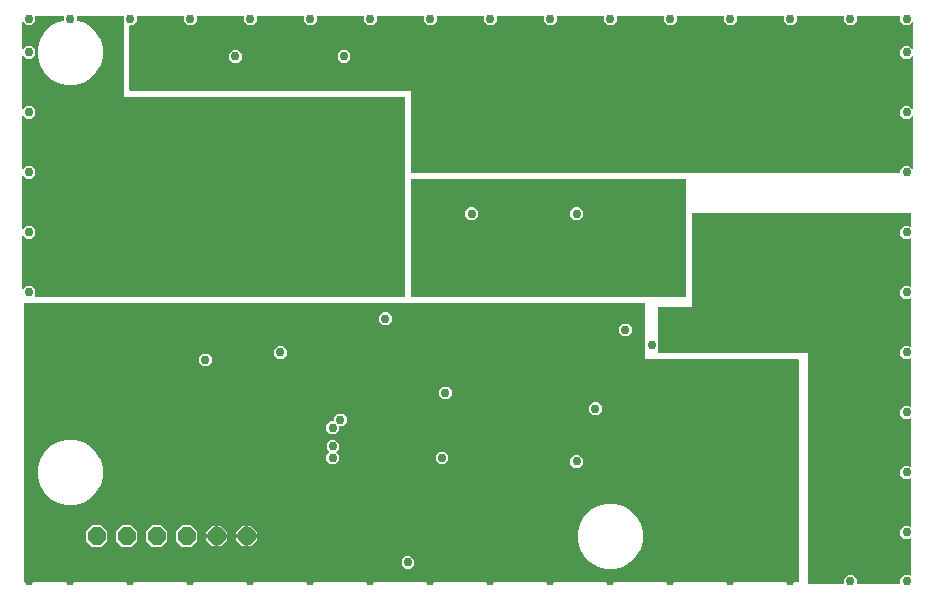
<source format=gbr>
G04 EAGLE Gerber RS-274X export*
G75*
%MOMM*%
%FSLAX34Y34*%
%LPD*%
%INBottom Copper*%
%IPPOS*%
%AMOC8*
5,1,8,0,0,1.08239X$1,22.5*%
G01*
%ADD10P,1.649562X8X112.500000*%
%ADD11C,0.756400*%
%ADD12C,0.656400*%

G36*
X666770Y8767D02*
X666770Y8767D01*
X666789Y8765D01*
X666891Y8787D01*
X666993Y8804D01*
X667010Y8813D01*
X667030Y8817D01*
X667119Y8870D01*
X667210Y8919D01*
X667224Y8933D01*
X667241Y8943D01*
X667308Y9022D01*
X667380Y9097D01*
X667388Y9115D01*
X667401Y9130D01*
X667440Y9226D01*
X667483Y9320D01*
X667485Y9340D01*
X667493Y9358D01*
X667511Y9525D01*
X667511Y196850D01*
X667508Y196870D01*
X667510Y196889D01*
X667488Y196991D01*
X667472Y197093D01*
X667462Y197110D01*
X667458Y197130D01*
X667405Y197219D01*
X667356Y197310D01*
X667342Y197324D01*
X667332Y197341D01*
X667253Y197408D01*
X667178Y197480D01*
X667160Y197488D01*
X667145Y197501D01*
X667049Y197540D01*
X666955Y197583D01*
X666935Y197585D01*
X666917Y197593D01*
X666750Y197611D01*
X537336Y197611D01*
X537336Y244475D01*
X537333Y244495D01*
X537335Y244514D01*
X537313Y244616D01*
X537297Y244718D01*
X537287Y244735D01*
X537283Y244755D01*
X537230Y244844D01*
X537181Y244935D01*
X537167Y244949D01*
X537157Y244966D01*
X537078Y245033D01*
X537003Y245105D01*
X536985Y245113D01*
X536970Y245126D01*
X536874Y245165D01*
X536780Y245208D01*
X536760Y245210D01*
X536742Y245218D01*
X536575Y245236D01*
X12700Y245236D01*
X12680Y245233D01*
X12661Y245235D01*
X12559Y245213D01*
X12457Y245197D01*
X12440Y245187D01*
X12420Y245183D01*
X12331Y245130D01*
X12240Y245081D01*
X12226Y245067D01*
X12209Y245057D01*
X12142Y244978D01*
X12071Y244903D01*
X12062Y244885D01*
X12049Y244870D01*
X12010Y244774D01*
X11967Y244680D01*
X11965Y244660D01*
X11957Y244642D01*
X11939Y244475D01*
X11939Y9525D01*
X11942Y9505D01*
X11940Y9486D01*
X11962Y9384D01*
X11979Y9282D01*
X11988Y9265D01*
X11992Y9245D01*
X12045Y9156D01*
X12094Y9065D01*
X12108Y9051D01*
X12118Y9034D01*
X12197Y8967D01*
X12272Y8896D01*
X12290Y8887D01*
X12305Y8874D01*
X12401Y8835D01*
X12495Y8792D01*
X12515Y8790D01*
X12533Y8782D01*
X12700Y8764D01*
X666750Y8764D01*
X666770Y8767D01*
G37*
G36*
X752777Y354842D02*
X752777Y354842D01*
X752796Y354840D01*
X752898Y354862D01*
X753000Y354879D01*
X753017Y354888D01*
X753037Y354892D01*
X753126Y354945D01*
X753217Y354994D01*
X753231Y355008D01*
X753248Y355018D01*
X753315Y355097D01*
X753387Y355172D01*
X753395Y355190D01*
X753408Y355205D01*
X753447Y355301D01*
X753490Y355395D01*
X753492Y355415D01*
X753500Y355433D01*
X753518Y355600D01*
X753518Y357798D01*
X756627Y360907D01*
X761023Y360907D01*
X763040Y358890D01*
X763098Y358848D01*
X763150Y358799D01*
X763197Y358777D01*
X763239Y358747D01*
X763308Y358725D01*
X763373Y358695D01*
X763425Y358690D01*
X763475Y358674D01*
X763546Y358676D01*
X763617Y358668D01*
X763668Y358679D01*
X763720Y358681D01*
X763788Y358705D01*
X763858Y358720D01*
X763903Y358747D01*
X763951Y358765D01*
X764007Y358810D01*
X764069Y358847D01*
X764103Y358886D01*
X764143Y358919D01*
X764182Y358979D01*
X764229Y359034D01*
X764248Y359082D01*
X764276Y359126D01*
X764294Y359195D01*
X764321Y359262D01*
X764329Y359333D01*
X764337Y359364D01*
X764335Y359387D01*
X764339Y359428D01*
X764339Y402572D01*
X764328Y402642D01*
X764326Y402714D01*
X764308Y402763D01*
X764300Y402814D01*
X764266Y402878D01*
X764241Y402945D01*
X764209Y402986D01*
X764184Y403032D01*
X764132Y403081D01*
X764088Y403137D01*
X764044Y403165D01*
X764006Y403201D01*
X763941Y403231D01*
X763881Y403270D01*
X763830Y403283D01*
X763783Y403305D01*
X763712Y403313D01*
X763642Y403330D01*
X763590Y403326D01*
X763539Y403332D01*
X763468Y403317D01*
X763397Y403311D01*
X763349Y403291D01*
X763298Y403280D01*
X763237Y403243D01*
X763171Y403215D01*
X763115Y403170D01*
X763087Y403153D01*
X763072Y403136D01*
X763040Y403110D01*
X761023Y401093D01*
X756627Y401093D01*
X753518Y404202D01*
X753518Y408598D01*
X756627Y411707D01*
X761023Y411707D01*
X763040Y409690D01*
X763098Y409648D01*
X763150Y409599D01*
X763197Y409577D01*
X763239Y409547D01*
X763308Y409525D01*
X763373Y409495D01*
X763425Y409490D01*
X763475Y409474D01*
X763546Y409476D01*
X763617Y409468D01*
X763668Y409479D01*
X763720Y409481D01*
X763788Y409505D01*
X763858Y409520D01*
X763903Y409547D01*
X763951Y409565D01*
X764007Y409610D01*
X764069Y409647D01*
X764103Y409686D01*
X764143Y409719D01*
X764182Y409779D01*
X764229Y409834D01*
X764248Y409882D01*
X764276Y409926D01*
X764294Y409995D01*
X764321Y410062D01*
X764329Y410133D01*
X764337Y410164D01*
X764335Y410187D01*
X764339Y410228D01*
X764339Y453372D01*
X764328Y453442D01*
X764326Y453514D01*
X764308Y453563D01*
X764300Y453614D01*
X764266Y453678D01*
X764241Y453745D01*
X764209Y453786D01*
X764184Y453832D01*
X764132Y453881D01*
X764088Y453937D01*
X764044Y453965D01*
X764006Y454001D01*
X763941Y454031D01*
X763881Y454070D01*
X763830Y454083D01*
X763783Y454105D01*
X763712Y454113D01*
X763642Y454130D01*
X763590Y454126D01*
X763539Y454132D01*
X763468Y454117D01*
X763397Y454111D01*
X763349Y454091D01*
X763298Y454080D01*
X763237Y454043D01*
X763171Y454015D01*
X763115Y453970D01*
X763087Y453953D01*
X763072Y453936D01*
X763040Y453910D01*
X761023Y451893D01*
X756627Y451893D01*
X753518Y455002D01*
X753518Y459398D01*
X756627Y462507D01*
X761023Y462507D01*
X763040Y460490D01*
X763098Y460448D01*
X763150Y460399D01*
X763197Y460377D01*
X763239Y460347D01*
X763308Y460325D01*
X763373Y460295D01*
X763425Y460290D01*
X763475Y460274D01*
X763546Y460276D01*
X763617Y460268D01*
X763668Y460279D01*
X763720Y460281D01*
X763788Y460305D01*
X763858Y460320D01*
X763903Y460347D01*
X763951Y460365D01*
X764007Y460410D01*
X764069Y460447D01*
X764103Y460486D01*
X764143Y460519D01*
X764182Y460579D01*
X764229Y460634D01*
X764248Y460682D01*
X764276Y460726D01*
X764294Y460795D01*
X764321Y460862D01*
X764329Y460933D01*
X764337Y460964D01*
X764335Y460987D01*
X764339Y461028D01*
X764339Y481947D01*
X764328Y482017D01*
X764326Y482089D01*
X764308Y482138D01*
X764300Y482189D01*
X764266Y482253D01*
X764241Y482320D01*
X764209Y482361D01*
X764184Y482407D01*
X764132Y482456D01*
X764088Y482512D01*
X764044Y482540D01*
X764006Y482576D01*
X763941Y482606D01*
X763881Y482645D01*
X763830Y482658D01*
X763783Y482680D01*
X763712Y482688D01*
X763642Y482705D01*
X763590Y482701D01*
X763539Y482707D01*
X763468Y482692D01*
X763397Y482686D01*
X763349Y482666D01*
X763298Y482655D01*
X763237Y482618D01*
X763171Y482590D01*
X763115Y482545D01*
X763087Y482528D01*
X763072Y482511D01*
X763040Y482485D01*
X761023Y480468D01*
X756627Y480468D01*
X753518Y483577D01*
X753518Y487428D01*
X753515Y487448D01*
X753517Y487467D01*
X753495Y487569D01*
X753479Y487671D01*
X753469Y487688D01*
X753465Y487708D01*
X753412Y487797D01*
X753363Y487888D01*
X753349Y487902D01*
X753339Y487919D01*
X753260Y487986D01*
X753185Y488058D01*
X753167Y488066D01*
X753152Y488079D01*
X753056Y488118D01*
X752962Y488161D01*
X752942Y488163D01*
X752924Y488171D01*
X752757Y488189D01*
X717268Y488189D01*
X717248Y488186D01*
X717229Y488188D01*
X717127Y488166D01*
X717025Y488150D01*
X717008Y488140D01*
X716988Y488136D01*
X716899Y488083D01*
X716808Y488034D01*
X716794Y488020D01*
X716777Y488010D01*
X716710Y487931D01*
X716638Y487856D01*
X716630Y487838D01*
X716617Y487823D01*
X716578Y487727D01*
X716535Y487633D01*
X716533Y487613D01*
X716525Y487595D01*
X716507Y487428D01*
X716507Y483577D01*
X713398Y480468D01*
X709002Y480468D01*
X705893Y483577D01*
X705893Y487428D01*
X705890Y487448D01*
X705892Y487467D01*
X705870Y487569D01*
X705854Y487671D01*
X705844Y487688D01*
X705840Y487708D01*
X705787Y487797D01*
X705738Y487888D01*
X705724Y487902D01*
X705714Y487919D01*
X705635Y487986D01*
X705560Y488058D01*
X705542Y488066D01*
X705527Y488079D01*
X705431Y488118D01*
X705337Y488161D01*
X705317Y488163D01*
X705299Y488171D01*
X705132Y488189D01*
X666468Y488189D01*
X666448Y488186D01*
X666429Y488188D01*
X666327Y488166D01*
X666225Y488150D01*
X666208Y488140D01*
X666188Y488136D01*
X666099Y488083D01*
X666008Y488034D01*
X665994Y488020D01*
X665977Y488010D01*
X665910Y487931D01*
X665838Y487856D01*
X665830Y487838D01*
X665817Y487823D01*
X665778Y487727D01*
X665735Y487633D01*
X665733Y487613D01*
X665725Y487595D01*
X665707Y487428D01*
X665707Y483577D01*
X662598Y480468D01*
X658202Y480468D01*
X655093Y483577D01*
X655093Y487428D01*
X655090Y487448D01*
X655092Y487467D01*
X655070Y487569D01*
X655054Y487671D01*
X655044Y487688D01*
X655040Y487708D01*
X654987Y487797D01*
X654938Y487888D01*
X654924Y487902D01*
X654914Y487919D01*
X654835Y487986D01*
X654760Y488058D01*
X654742Y488066D01*
X654727Y488079D01*
X654631Y488118D01*
X654537Y488161D01*
X654517Y488163D01*
X654499Y488171D01*
X654332Y488189D01*
X615668Y488189D01*
X615648Y488186D01*
X615629Y488188D01*
X615527Y488166D01*
X615425Y488150D01*
X615408Y488140D01*
X615388Y488136D01*
X615299Y488083D01*
X615208Y488034D01*
X615194Y488020D01*
X615177Y488010D01*
X615110Y487931D01*
X615038Y487856D01*
X615030Y487838D01*
X615017Y487823D01*
X614978Y487727D01*
X614935Y487633D01*
X614933Y487613D01*
X614925Y487595D01*
X614907Y487428D01*
X614907Y483577D01*
X611798Y480468D01*
X607402Y480468D01*
X604293Y483577D01*
X604293Y487428D01*
X604290Y487448D01*
X604292Y487467D01*
X604270Y487569D01*
X604254Y487671D01*
X604244Y487688D01*
X604240Y487708D01*
X604187Y487797D01*
X604138Y487888D01*
X604124Y487902D01*
X604114Y487919D01*
X604035Y487986D01*
X603960Y488058D01*
X603942Y488066D01*
X603927Y488079D01*
X603831Y488118D01*
X603737Y488161D01*
X603717Y488163D01*
X603699Y488171D01*
X603532Y488189D01*
X564868Y488189D01*
X564848Y488186D01*
X564829Y488188D01*
X564727Y488166D01*
X564625Y488150D01*
X564608Y488140D01*
X564588Y488136D01*
X564499Y488083D01*
X564408Y488034D01*
X564394Y488020D01*
X564377Y488010D01*
X564310Y487931D01*
X564238Y487856D01*
X564230Y487838D01*
X564217Y487823D01*
X564178Y487727D01*
X564135Y487633D01*
X564133Y487613D01*
X564125Y487595D01*
X564107Y487428D01*
X564107Y483577D01*
X560998Y480468D01*
X556602Y480468D01*
X553493Y483577D01*
X553493Y487428D01*
X553490Y487448D01*
X553492Y487467D01*
X553470Y487569D01*
X553454Y487671D01*
X553444Y487688D01*
X553440Y487708D01*
X553387Y487797D01*
X553338Y487888D01*
X553324Y487902D01*
X553314Y487919D01*
X553235Y487986D01*
X553160Y488058D01*
X553142Y488066D01*
X553127Y488079D01*
X553031Y488118D01*
X552937Y488161D01*
X552917Y488163D01*
X552899Y488171D01*
X552732Y488189D01*
X514068Y488189D01*
X514048Y488186D01*
X514029Y488188D01*
X513927Y488166D01*
X513825Y488150D01*
X513808Y488140D01*
X513788Y488136D01*
X513699Y488083D01*
X513608Y488034D01*
X513594Y488020D01*
X513577Y488010D01*
X513510Y487931D01*
X513438Y487856D01*
X513430Y487838D01*
X513417Y487823D01*
X513378Y487727D01*
X513335Y487633D01*
X513333Y487613D01*
X513325Y487595D01*
X513307Y487428D01*
X513307Y483577D01*
X510198Y480468D01*
X505802Y480468D01*
X502693Y483577D01*
X502693Y487428D01*
X502690Y487448D01*
X502692Y487467D01*
X502670Y487569D01*
X502654Y487671D01*
X502644Y487688D01*
X502640Y487708D01*
X502587Y487797D01*
X502538Y487888D01*
X502524Y487902D01*
X502514Y487919D01*
X502435Y487986D01*
X502360Y488058D01*
X502342Y488066D01*
X502327Y488079D01*
X502231Y488118D01*
X502137Y488161D01*
X502117Y488163D01*
X502099Y488171D01*
X501932Y488189D01*
X463268Y488189D01*
X463248Y488186D01*
X463229Y488188D01*
X463127Y488166D01*
X463025Y488150D01*
X463008Y488140D01*
X462988Y488136D01*
X462899Y488083D01*
X462808Y488034D01*
X462794Y488020D01*
X462777Y488010D01*
X462710Y487931D01*
X462638Y487856D01*
X462630Y487838D01*
X462617Y487823D01*
X462578Y487727D01*
X462535Y487633D01*
X462533Y487613D01*
X462525Y487595D01*
X462507Y487428D01*
X462507Y483577D01*
X459398Y480468D01*
X455002Y480468D01*
X451893Y483577D01*
X451893Y487428D01*
X451890Y487448D01*
X451892Y487467D01*
X451870Y487569D01*
X451854Y487671D01*
X451844Y487688D01*
X451840Y487708D01*
X451787Y487797D01*
X451738Y487888D01*
X451724Y487902D01*
X451714Y487919D01*
X451635Y487986D01*
X451560Y488058D01*
X451542Y488066D01*
X451527Y488079D01*
X451431Y488118D01*
X451337Y488161D01*
X451317Y488163D01*
X451299Y488171D01*
X451132Y488189D01*
X412468Y488189D01*
X412448Y488186D01*
X412429Y488188D01*
X412327Y488166D01*
X412225Y488150D01*
X412208Y488140D01*
X412188Y488136D01*
X412099Y488083D01*
X412008Y488034D01*
X411994Y488020D01*
X411977Y488010D01*
X411910Y487931D01*
X411838Y487856D01*
X411830Y487838D01*
X411817Y487823D01*
X411778Y487727D01*
X411735Y487633D01*
X411733Y487613D01*
X411725Y487595D01*
X411707Y487428D01*
X411707Y483577D01*
X408598Y480468D01*
X404202Y480468D01*
X401093Y483577D01*
X401093Y487428D01*
X401090Y487448D01*
X401092Y487467D01*
X401070Y487569D01*
X401054Y487671D01*
X401044Y487688D01*
X401040Y487708D01*
X400987Y487797D01*
X400938Y487888D01*
X400924Y487902D01*
X400914Y487919D01*
X400835Y487986D01*
X400760Y488058D01*
X400742Y488066D01*
X400727Y488079D01*
X400631Y488118D01*
X400537Y488161D01*
X400517Y488163D01*
X400499Y488171D01*
X400332Y488189D01*
X361668Y488189D01*
X361648Y488186D01*
X361629Y488188D01*
X361527Y488166D01*
X361425Y488150D01*
X361408Y488140D01*
X361388Y488136D01*
X361299Y488083D01*
X361208Y488034D01*
X361194Y488020D01*
X361177Y488010D01*
X361110Y487931D01*
X361038Y487856D01*
X361030Y487838D01*
X361017Y487823D01*
X360978Y487727D01*
X360935Y487633D01*
X360933Y487613D01*
X360925Y487595D01*
X360907Y487428D01*
X360907Y483577D01*
X357798Y480468D01*
X353402Y480468D01*
X350293Y483577D01*
X350293Y487428D01*
X350290Y487448D01*
X350292Y487467D01*
X350270Y487569D01*
X350254Y487671D01*
X350244Y487688D01*
X350240Y487708D01*
X350187Y487797D01*
X350138Y487888D01*
X350124Y487902D01*
X350114Y487919D01*
X350035Y487986D01*
X349960Y488058D01*
X349942Y488066D01*
X349927Y488079D01*
X349831Y488118D01*
X349737Y488161D01*
X349717Y488163D01*
X349699Y488171D01*
X349532Y488189D01*
X310868Y488189D01*
X310848Y488186D01*
X310829Y488188D01*
X310727Y488166D01*
X310625Y488150D01*
X310608Y488140D01*
X310588Y488136D01*
X310499Y488083D01*
X310408Y488034D01*
X310394Y488020D01*
X310377Y488010D01*
X310310Y487931D01*
X310238Y487856D01*
X310230Y487838D01*
X310217Y487823D01*
X310178Y487727D01*
X310135Y487633D01*
X310133Y487613D01*
X310125Y487595D01*
X310107Y487428D01*
X310107Y483577D01*
X306998Y480468D01*
X302602Y480468D01*
X299493Y483577D01*
X299493Y487428D01*
X299490Y487448D01*
X299492Y487467D01*
X299470Y487569D01*
X299454Y487671D01*
X299444Y487688D01*
X299440Y487708D01*
X299387Y487797D01*
X299338Y487888D01*
X299324Y487902D01*
X299314Y487919D01*
X299235Y487986D01*
X299160Y488058D01*
X299142Y488066D01*
X299127Y488079D01*
X299031Y488118D01*
X298937Y488161D01*
X298917Y488163D01*
X298899Y488171D01*
X298732Y488189D01*
X260068Y488189D01*
X260048Y488186D01*
X260029Y488188D01*
X259927Y488166D01*
X259825Y488150D01*
X259808Y488140D01*
X259788Y488136D01*
X259699Y488083D01*
X259608Y488034D01*
X259594Y488020D01*
X259577Y488010D01*
X259510Y487931D01*
X259438Y487856D01*
X259430Y487838D01*
X259417Y487823D01*
X259378Y487727D01*
X259335Y487633D01*
X259333Y487613D01*
X259325Y487595D01*
X259307Y487428D01*
X259307Y483577D01*
X256198Y480468D01*
X251802Y480468D01*
X248693Y483577D01*
X248693Y487428D01*
X248690Y487448D01*
X248692Y487467D01*
X248670Y487569D01*
X248654Y487671D01*
X248644Y487688D01*
X248640Y487708D01*
X248587Y487797D01*
X248538Y487888D01*
X248524Y487902D01*
X248514Y487919D01*
X248435Y487986D01*
X248360Y488058D01*
X248342Y488066D01*
X248327Y488079D01*
X248231Y488118D01*
X248137Y488161D01*
X248117Y488163D01*
X248099Y488171D01*
X247932Y488189D01*
X209268Y488189D01*
X209248Y488186D01*
X209229Y488188D01*
X209127Y488166D01*
X209025Y488150D01*
X209008Y488140D01*
X208988Y488136D01*
X208899Y488083D01*
X208808Y488034D01*
X208794Y488020D01*
X208777Y488010D01*
X208710Y487931D01*
X208638Y487856D01*
X208630Y487838D01*
X208617Y487823D01*
X208578Y487727D01*
X208535Y487633D01*
X208533Y487613D01*
X208525Y487595D01*
X208507Y487428D01*
X208507Y483577D01*
X205398Y480468D01*
X201002Y480468D01*
X197893Y483577D01*
X197893Y487428D01*
X197890Y487448D01*
X197892Y487467D01*
X197870Y487569D01*
X197854Y487671D01*
X197844Y487688D01*
X197840Y487708D01*
X197787Y487797D01*
X197738Y487888D01*
X197724Y487902D01*
X197714Y487919D01*
X197635Y487986D01*
X197560Y488058D01*
X197542Y488066D01*
X197527Y488079D01*
X197431Y488118D01*
X197337Y488161D01*
X197317Y488163D01*
X197299Y488171D01*
X197132Y488189D01*
X158468Y488189D01*
X158448Y488186D01*
X158429Y488188D01*
X158327Y488166D01*
X158225Y488150D01*
X158208Y488140D01*
X158188Y488136D01*
X158099Y488083D01*
X158008Y488034D01*
X157994Y488020D01*
X157977Y488010D01*
X157910Y487931D01*
X157838Y487856D01*
X157830Y487838D01*
X157817Y487823D01*
X157778Y487727D01*
X157735Y487633D01*
X157733Y487613D01*
X157725Y487595D01*
X157707Y487428D01*
X157707Y483577D01*
X154598Y480468D01*
X150202Y480468D01*
X147093Y483577D01*
X147093Y487428D01*
X147090Y487448D01*
X147092Y487467D01*
X147070Y487569D01*
X147054Y487671D01*
X147044Y487688D01*
X147040Y487708D01*
X146987Y487797D01*
X146938Y487888D01*
X146924Y487902D01*
X146914Y487919D01*
X146835Y487986D01*
X146760Y488058D01*
X146742Y488066D01*
X146727Y488079D01*
X146631Y488118D01*
X146537Y488161D01*
X146517Y488163D01*
X146499Y488171D01*
X146332Y488189D01*
X107668Y488189D01*
X107648Y488186D01*
X107629Y488188D01*
X107527Y488166D01*
X107425Y488150D01*
X107408Y488140D01*
X107388Y488136D01*
X107299Y488083D01*
X107208Y488034D01*
X107194Y488020D01*
X107177Y488010D01*
X107110Y487931D01*
X107038Y487856D01*
X107030Y487838D01*
X107017Y487823D01*
X106978Y487727D01*
X106935Y487633D01*
X106933Y487613D01*
X106925Y487595D01*
X106907Y487428D01*
X106907Y483577D01*
X103798Y480468D01*
X101600Y480468D01*
X101580Y480465D01*
X101561Y480467D01*
X101459Y480445D01*
X101357Y480429D01*
X101340Y480419D01*
X101320Y480415D01*
X101231Y480362D01*
X101140Y480313D01*
X101126Y480299D01*
X101109Y480289D01*
X101042Y480210D01*
X100971Y480135D01*
X100962Y480117D01*
X100949Y480102D01*
X100910Y480006D01*
X100867Y479912D01*
X100865Y479892D01*
X100857Y479874D01*
X100839Y479707D01*
X100839Y425450D01*
X100842Y425430D01*
X100840Y425411D01*
X100862Y425309D01*
X100879Y425207D01*
X100888Y425190D01*
X100892Y425170D01*
X100945Y425081D01*
X100994Y424990D01*
X101008Y424976D01*
X101018Y424959D01*
X101097Y424892D01*
X101172Y424821D01*
X101190Y424812D01*
X101205Y424799D01*
X101301Y424760D01*
X101395Y424717D01*
X101415Y424715D01*
X101433Y424707D01*
X101600Y424689D01*
X338964Y424689D01*
X338964Y355600D01*
X338967Y355580D01*
X338965Y355561D01*
X338987Y355459D01*
X339004Y355357D01*
X339013Y355340D01*
X339017Y355320D01*
X339070Y355231D01*
X339119Y355140D01*
X339133Y355126D01*
X339143Y355109D01*
X339222Y355042D01*
X339297Y354971D01*
X339315Y354962D01*
X339330Y354949D01*
X339426Y354910D01*
X339520Y354867D01*
X339540Y354865D01*
X339558Y354857D01*
X339725Y354839D01*
X752757Y354839D01*
X752777Y354842D01*
G37*
G36*
X333395Y250067D02*
X333395Y250067D01*
X333414Y250065D01*
X333516Y250087D01*
X333618Y250104D01*
X333635Y250113D01*
X333655Y250117D01*
X333744Y250170D01*
X333835Y250219D01*
X333849Y250233D01*
X333866Y250243D01*
X333933Y250322D01*
X334005Y250397D01*
X334013Y250415D01*
X334026Y250430D01*
X334065Y250526D01*
X334108Y250620D01*
X334110Y250640D01*
X334118Y250658D01*
X334136Y250825D01*
X334136Y419100D01*
X334133Y419120D01*
X334135Y419139D01*
X334113Y419241D01*
X334097Y419343D01*
X334087Y419360D01*
X334083Y419380D01*
X334030Y419469D01*
X333981Y419560D01*
X333967Y419574D01*
X333957Y419591D01*
X333878Y419658D01*
X333803Y419730D01*
X333785Y419738D01*
X333770Y419751D01*
X333674Y419790D01*
X333580Y419833D01*
X333560Y419835D01*
X333542Y419843D01*
X333375Y419861D01*
X96011Y419861D01*
X96011Y487428D01*
X96008Y487448D01*
X96010Y487467D01*
X95988Y487569D01*
X95971Y487671D01*
X95962Y487688D01*
X95958Y487708D01*
X95905Y487797D01*
X95856Y487888D01*
X95842Y487902D01*
X95832Y487919D01*
X95753Y487986D01*
X95678Y488058D01*
X95660Y488066D01*
X95645Y488079D01*
X95549Y488118D01*
X95455Y488161D01*
X95435Y488163D01*
X95417Y488171D01*
X95250Y488189D01*
X56868Y488189D01*
X56848Y488186D01*
X56829Y488188D01*
X56727Y488166D01*
X56625Y488150D01*
X56608Y488140D01*
X56588Y488136D01*
X56499Y488083D01*
X56408Y488034D01*
X56394Y488020D01*
X56377Y488010D01*
X56310Y487931D01*
X56238Y487856D01*
X56230Y487838D01*
X56217Y487823D01*
X56178Y487727D01*
X56135Y487633D01*
X56133Y487613D01*
X56125Y487595D01*
X56107Y487428D01*
X56107Y484894D01*
X56114Y484851D01*
X56112Y484807D01*
X56134Y484730D01*
X56146Y484651D01*
X56167Y484613D01*
X56179Y484570D01*
X56224Y484504D01*
X56262Y484434D01*
X56293Y484404D01*
X56318Y484368D01*
X56382Y484320D01*
X56440Y484265D01*
X56480Y484246D01*
X56515Y484220D01*
X56651Y484167D01*
X56663Y484161D01*
X56666Y484161D01*
X56671Y484159D01*
X61438Y482882D01*
X67722Y479253D01*
X72853Y474122D01*
X76482Y467838D01*
X78360Y460828D01*
X78360Y453572D01*
X76482Y446562D01*
X72853Y440278D01*
X67722Y435147D01*
X61438Y431518D01*
X54428Y429640D01*
X47172Y429640D01*
X40162Y431518D01*
X33878Y435147D01*
X28747Y440278D01*
X25118Y446562D01*
X23240Y453572D01*
X23240Y460828D01*
X25118Y467838D01*
X28747Y474122D01*
X33878Y479253D01*
X40162Y482882D01*
X44929Y484159D01*
X44969Y484177D01*
X45012Y484186D01*
X45080Y484227D01*
X45153Y484260D01*
X45185Y484290D01*
X45223Y484312D01*
X45275Y484373D01*
X45333Y484427D01*
X45354Y484466D01*
X45383Y484499D01*
X45413Y484573D01*
X45451Y484644D01*
X45458Y484687D01*
X45475Y484727D01*
X45491Y484872D01*
X45493Y484886D01*
X45493Y484889D01*
X45493Y484894D01*
X45493Y487428D01*
X45490Y487448D01*
X45492Y487467D01*
X45470Y487569D01*
X45454Y487671D01*
X45444Y487688D01*
X45440Y487708D01*
X45387Y487797D01*
X45338Y487888D01*
X45324Y487902D01*
X45314Y487919D01*
X45235Y487986D01*
X45160Y488058D01*
X45142Y488066D01*
X45127Y488079D01*
X45031Y488118D01*
X44937Y488161D01*
X44917Y488163D01*
X44899Y488171D01*
X44732Y488189D01*
X21943Y488189D01*
X21923Y488186D01*
X21904Y488188D01*
X21802Y488166D01*
X21700Y488150D01*
X21683Y488140D01*
X21663Y488136D01*
X21574Y488083D01*
X21483Y488034D01*
X21469Y488020D01*
X21452Y488010D01*
X21385Y487931D01*
X21313Y487856D01*
X21305Y487838D01*
X21292Y487823D01*
X21253Y487727D01*
X21210Y487633D01*
X21208Y487613D01*
X21200Y487595D01*
X21182Y487428D01*
X21182Y483577D01*
X18073Y480468D01*
X13677Y480468D01*
X11460Y482685D01*
X11402Y482727D01*
X11350Y482776D01*
X11303Y482798D01*
X11261Y482828D01*
X11192Y482850D01*
X11127Y482880D01*
X11075Y482885D01*
X11025Y482901D01*
X10954Y482899D01*
X10883Y482907D01*
X10832Y482896D01*
X10780Y482894D01*
X10712Y482870D01*
X10642Y482855D01*
X10597Y482828D01*
X10549Y482810D01*
X10493Y482765D01*
X10431Y482728D01*
X10397Y482689D01*
X10357Y482656D01*
X10318Y482596D01*
X10271Y482541D01*
X10252Y482493D01*
X10224Y482449D01*
X10206Y482380D01*
X10179Y482313D01*
X10171Y482242D01*
X10163Y482211D01*
X10165Y482188D01*
X10161Y482147D01*
X10161Y460828D01*
X10172Y460758D01*
X10174Y460686D01*
X10192Y460637D01*
X10200Y460586D01*
X10234Y460522D01*
X10259Y460455D01*
X10291Y460414D01*
X10316Y460368D01*
X10368Y460319D01*
X10412Y460263D01*
X10456Y460235D01*
X10494Y460199D01*
X10559Y460169D01*
X10619Y460130D01*
X10670Y460117D01*
X10717Y460095D01*
X10788Y460087D01*
X10858Y460070D01*
X10910Y460074D01*
X10961Y460068D01*
X11032Y460083D01*
X11103Y460089D01*
X11151Y460109D01*
X11202Y460120D01*
X11263Y460157D01*
X11329Y460185D01*
X11385Y460230D01*
X11413Y460247D01*
X11428Y460264D01*
X11460Y460290D01*
X13677Y462507D01*
X18073Y462507D01*
X21182Y459398D01*
X21182Y455002D01*
X18073Y451893D01*
X13677Y451893D01*
X11460Y454110D01*
X11402Y454152D01*
X11350Y454201D01*
X11303Y454223D01*
X11261Y454253D01*
X11192Y454275D01*
X11127Y454305D01*
X11075Y454310D01*
X11025Y454326D01*
X10954Y454324D01*
X10883Y454332D01*
X10832Y454321D01*
X10780Y454319D01*
X10712Y454295D01*
X10642Y454280D01*
X10597Y454253D01*
X10549Y454235D01*
X10493Y454190D01*
X10431Y454153D01*
X10397Y454114D01*
X10357Y454081D01*
X10318Y454021D01*
X10271Y453966D01*
X10252Y453918D01*
X10224Y453874D01*
X10206Y453805D01*
X10179Y453738D01*
X10171Y453667D01*
X10163Y453636D01*
X10165Y453613D01*
X10161Y453572D01*
X10161Y410028D01*
X10172Y409958D01*
X10174Y409886D01*
X10192Y409837D01*
X10200Y409786D01*
X10234Y409722D01*
X10259Y409655D01*
X10291Y409614D01*
X10316Y409568D01*
X10368Y409519D01*
X10412Y409463D01*
X10456Y409435D01*
X10494Y409399D01*
X10559Y409369D01*
X10619Y409330D01*
X10670Y409317D01*
X10717Y409295D01*
X10788Y409287D01*
X10858Y409270D01*
X10910Y409274D01*
X10961Y409268D01*
X11032Y409283D01*
X11103Y409289D01*
X11151Y409309D01*
X11202Y409320D01*
X11263Y409357D01*
X11329Y409385D01*
X11385Y409430D01*
X11413Y409447D01*
X11428Y409464D01*
X11460Y409490D01*
X13677Y411707D01*
X18073Y411707D01*
X21182Y408598D01*
X21182Y404202D01*
X18073Y401093D01*
X13677Y401093D01*
X11460Y403310D01*
X11402Y403352D01*
X11350Y403401D01*
X11303Y403423D01*
X11261Y403453D01*
X11192Y403475D01*
X11127Y403505D01*
X11075Y403510D01*
X11025Y403526D01*
X10954Y403524D01*
X10883Y403532D01*
X10832Y403521D01*
X10780Y403519D01*
X10712Y403495D01*
X10642Y403480D01*
X10597Y403453D01*
X10549Y403435D01*
X10493Y403390D01*
X10431Y403353D01*
X10397Y403314D01*
X10357Y403281D01*
X10318Y403221D01*
X10271Y403166D01*
X10252Y403118D01*
X10224Y403074D01*
X10206Y403005D01*
X10179Y402938D01*
X10171Y402867D01*
X10163Y402836D01*
X10165Y402813D01*
X10161Y402772D01*
X10161Y359228D01*
X10172Y359158D01*
X10174Y359086D01*
X10192Y359037D01*
X10200Y358986D01*
X10234Y358922D01*
X10259Y358855D01*
X10291Y358814D01*
X10316Y358768D01*
X10368Y358719D01*
X10412Y358663D01*
X10456Y358635D01*
X10494Y358599D01*
X10559Y358569D01*
X10619Y358530D01*
X10670Y358517D01*
X10717Y358495D01*
X10788Y358487D01*
X10858Y358470D01*
X10910Y358474D01*
X10961Y358468D01*
X11032Y358483D01*
X11103Y358489D01*
X11151Y358509D01*
X11202Y358520D01*
X11263Y358557D01*
X11329Y358585D01*
X11385Y358630D01*
X11413Y358647D01*
X11428Y358664D01*
X11460Y358690D01*
X13677Y360907D01*
X18073Y360907D01*
X21182Y357798D01*
X21182Y353402D01*
X18073Y350293D01*
X13677Y350293D01*
X11460Y352510D01*
X11402Y352552D01*
X11350Y352601D01*
X11303Y352623D01*
X11261Y352653D01*
X11192Y352675D01*
X11127Y352705D01*
X11075Y352710D01*
X11025Y352726D01*
X10954Y352724D01*
X10883Y352732D01*
X10832Y352721D01*
X10780Y352719D01*
X10712Y352695D01*
X10642Y352680D01*
X10597Y352653D01*
X10549Y352635D01*
X10493Y352590D01*
X10431Y352553D01*
X10397Y352514D01*
X10357Y352481D01*
X10318Y352421D01*
X10271Y352366D01*
X10252Y352318D01*
X10224Y352274D01*
X10206Y352205D01*
X10179Y352138D01*
X10171Y352067D01*
X10163Y352036D01*
X10165Y352013D01*
X10161Y351972D01*
X10161Y308428D01*
X10172Y308358D01*
X10174Y308286D01*
X10192Y308237D01*
X10200Y308186D01*
X10234Y308122D01*
X10259Y308055D01*
X10291Y308014D01*
X10316Y307968D01*
X10368Y307919D01*
X10412Y307863D01*
X10456Y307835D01*
X10494Y307799D01*
X10559Y307769D01*
X10619Y307730D01*
X10670Y307717D01*
X10717Y307695D01*
X10788Y307687D01*
X10858Y307670D01*
X10910Y307674D01*
X10961Y307668D01*
X11032Y307683D01*
X11103Y307689D01*
X11151Y307709D01*
X11202Y307720D01*
X11263Y307757D01*
X11329Y307785D01*
X11385Y307830D01*
X11413Y307847D01*
X11428Y307864D01*
X11460Y307890D01*
X13677Y310107D01*
X18073Y310107D01*
X21182Y306998D01*
X21182Y302602D01*
X18073Y299493D01*
X13677Y299493D01*
X11460Y301710D01*
X11402Y301752D01*
X11350Y301801D01*
X11303Y301823D01*
X11261Y301853D01*
X11192Y301875D01*
X11127Y301905D01*
X11075Y301910D01*
X11025Y301926D01*
X10954Y301924D01*
X10883Y301932D01*
X10832Y301921D01*
X10780Y301919D01*
X10712Y301895D01*
X10642Y301880D01*
X10597Y301853D01*
X10549Y301835D01*
X10493Y301790D01*
X10431Y301753D01*
X10397Y301714D01*
X10357Y301681D01*
X10318Y301621D01*
X10271Y301566D01*
X10252Y301518D01*
X10224Y301474D01*
X10206Y301405D01*
X10179Y301338D01*
X10171Y301267D01*
X10163Y301236D01*
X10165Y301213D01*
X10161Y301172D01*
X10161Y257628D01*
X10172Y257558D01*
X10174Y257486D01*
X10192Y257437D01*
X10200Y257386D01*
X10234Y257322D01*
X10259Y257255D01*
X10291Y257214D01*
X10316Y257168D01*
X10368Y257119D01*
X10412Y257063D01*
X10456Y257035D01*
X10494Y256999D01*
X10559Y256969D01*
X10619Y256930D01*
X10670Y256917D01*
X10717Y256895D01*
X10788Y256887D01*
X10858Y256870D01*
X10910Y256874D01*
X10961Y256868D01*
X11032Y256883D01*
X11103Y256889D01*
X11151Y256909D01*
X11202Y256920D01*
X11263Y256957D01*
X11329Y256985D01*
X11385Y257030D01*
X11413Y257047D01*
X11428Y257064D01*
X11460Y257090D01*
X13677Y259307D01*
X18073Y259307D01*
X21182Y256198D01*
X21182Y251802D01*
X20743Y251363D01*
X20701Y251305D01*
X20652Y251253D01*
X20630Y251206D01*
X20600Y251164D01*
X20579Y251095D01*
X20548Y251030D01*
X20543Y250978D01*
X20527Y250928D01*
X20529Y250857D01*
X20521Y250786D01*
X20532Y250735D01*
X20534Y250683D01*
X20558Y250615D01*
X20573Y250545D01*
X20600Y250501D01*
X20618Y250452D01*
X20663Y250396D01*
X20700Y250334D01*
X20739Y250300D01*
X20772Y250260D01*
X20832Y250221D01*
X20887Y250174D01*
X20935Y250155D01*
X20979Y250127D01*
X21048Y250109D01*
X21115Y250082D01*
X21186Y250074D01*
X21217Y250066D01*
X21240Y250068D01*
X21281Y250064D01*
X333375Y250064D01*
X333395Y250067D01*
G37*
G36*
X705152Y6989D02*
X705152Y6989D01*
X705171Y6987D01*
X705273Y7009D01*
X705375Y7025D01*
X705392Y7035D01*
X705412Y7039D01*
X705501Y7092D01*
X705592Y7141D01*
X705606Y7155D01*
X705623Y7165D01*
X705690Y7244D01*
X705762Y7319D01*
X705770Y7337D01*
X705783Y7352D01*
X705822Y7448D01*
X705865Y7542D01*
X705867Y7562D01*
X705875Y7580D01*
X705893Y7747D01*
X705893Y11723D01*
X709002Y14832D01*
X713398Y14832D01*
X716507Y11723D01*
X716507Y7747D01*
X716510Y7727D01*
X716508Y7708D01*
X716530Y7606D01*
X716546Y7504D01*
X716556Y7487D01*
X716560Y7467D01*
X716613Y7378D01*
X716662Y7287D01*
X716676Y7273D01*
X716686Y7256D01*
X716765Y7189D01*
X716840Y7117D01*
X716858Y7109D01*
X716873Y7096D01*
X716969Y7057D01*
X717063Y7014D01*
X717083Y7012D01*
X717101Y7004D01*
X717268Y6986D01*
X752757Y6986D01*
X752777Y6989D01*
X752796Y6987D01*
X752898Y7009D01*
X753000Y7025D01*
X753017Y7035D01*
X753037Y7039D01*
X753126Y7092D01*
X753217Y7141D01*
X753231Y7155D01*
X753248Y7165D01*
X753315Y7244D01*
X753387Y7319D01*
X753395Y7337D01*
X753408Y7352D01*
X753447Y7448D01*
X753490Y7542D01*
X753492Y7562D01*
X753500Y7580D01*
X753518Y7747D01*
X753518Y11723D01*
X756627Y14832D01*
X761023Y14832D01*
X761462Y14393D01*
X761520Y14351D01*
X761572Y14302D01*
X761619Y14280D01*
X761661Y14250D01*
X761730Y14229D01*
X761795Y14198D01*
X761847Y14193D01*
X761897Y14177D01*
X761968Y14179D01*
X762039Y14171D01*
X762090Y14182D01*
X762142Y14184D01*
X762210Y14208D01*
X762280Y14223D01*
X762324Y14250D01*
X762373Y14268D01*
X762429Y14313D01*
X762491Y14350D01*
X762525Y14389D01*
X762565Y14422D01*
X762604Y14482D01*
X762651Y14537D01*
X762670Y14585D01*
X762698Y14629D01*
X762716Y14698D01*
X762743Y14765D01*
X762751Y14836D01*
X762759Y14867D01*
X762757Y14890D01*
X762761Y14931D01*
X762761Y45394D01*
X762750Y45464D01*
X762748Y45536D01*
X762730Y45585D01*
X762722Y45636D01*
X762688Y45700D01*
X762663Y45767D01*
X762631Y45808D01*
X762606Y45854D01*
X762555Y45903D01*
X762510Y45959D01*
X762466Y45987D01*
X762428Y46023D01*
X762363Y46053D01*
X762303Y46092D01*
X762252Y46105D01*
X762205Y46127D01*
X762134Y46135D01*
X762064Y46152D01*
X762012Y46148D01*
X761961Y46154D01*
X761890Y46139D01*
X761819Y46133D01*
X761771Y46113D01*
X761720Y46102D01*
X761659Y46065D01*
X761593Y46037D01*
X761537Y45992D01*
X761509Y45975D01*
X761494Y45958D01*
X761462Y45932D01*
X761023Y45493D01*
X756627Y45493D01*
X753518Y48602D01*
X753518Y52998D01*
X756627Y56107D01*
X761023Y56107D01*
X761462Y55668D01*
X761520Y55626D01*
X761572Y55577D01*
X761619Y55555D01*
X761661Y55525D01*
X761730Y55504D01*
X761795Y55473D01*
X761847Y55468D01*
X761897Y55452D01*
X761968Y55454D01*
X762039Y55446D01*
X762090Y55457D01*
X762142Y55459D01*
X762210Y55483D01*
X762280Y55498D01*
X762324Y55525D01*
X762373Y55543D01*
X762429Y55588D01*
X762491Y55625D01*
X762525Y55664D01*
X762565Y55697D01*
X762604Y55757D01*
X762651Y55812D01*
X762670Y55860D01*
X762698Y55904D01*
X762716Y55973D01*
X762743Y56040D01*
X762751Y56111D01*
X762759Y56142D01*
X762757Y56165D01*
X762761Y56206D01*
X762761Y96194D01*
X762750Y96264D01*
X762748Y96336D01*
X762730Y96385D01*
X762722Y96436D01*
X762688Y96500D01*
X762663Y96567D01*
X762631Y96608D01*
X762606Y96654D01*
X762555Y96703D01*
X762510Y96759D01*
X762466Y96787D01*
X762428Y96823D01*
X762363Y96853D01*
X762303Y96892D01*
X762252Y96905D01*
X762205Y96927D01*
X762134Y96935D01*
X762064Y96952D01*
X762012Y96948D01*
X761961Y96954D01*
X761890Y96939D01*
X761819Y96933D01*
X761771Y96913D01*
X761720Y96902D01*
X761659Y96865D01*
X761593Y96837D01*
X761537Y96792D01*
X761509Y96775D01*
X761494Y96758D01*
X761462Y96732D01*
X761023Y96293D01*
X756627Y96293D01*
X753518Y99402D01*
X753518Y103798D01*
X756627Y106907D01*
X761023Y106907D01*
X761462Y106468D01*
X761520Y106426D01*
X761572Y106377D01*
X761619Y106355D01*
X761661Y106325D01*
X761730Y106304D01*
X761795Y106273D01*
X761847Y106268D01*
X761897Y106252D01*
X761968Y106254D01*
X762039Y106246D01*
X762090Y106257D01*
X762142Y106259D01*
X762210Y106283D01*
X762280Y106298D01*
X762324Y106325D01*
X762373Y106343D01*
X762429Y106388D01*
X762491Y106425D01*
X762525Y106464D01*
X762565Y106497D01*
X762604Y106557D01*
X762651Y106612D01*
X762670Y106660D01*
X762698Y106704D01*
X762716Y106773D01*
X762743Y106840D01*
X762751Y106911D01*
X762759Y106942D01*
X762757Y106965D01*
X762761Y107006D01*
X762761Y146994D01*
X762750Y147064D01*
X762748Y147136D01*
X762730Y147185D01*
X762722Y147236D01*
X762688Y147300D01*
X762663Y147367D01*
X762631Y147408D01*
X762606Y147454D01*
X762555Y147503D01*
X762510Y147559D01*
X762466Y147587D01*
X762428Y147623D01*
X762363Y147653D01*
X762303Y147692D01*
X762252Y147705D01*
X762205Y147727D01*
X762134Y147735D01*
X762064Y147752D01*
X762012Y147748D01*
X761961Y147754D01*
X761890Y147739D01*
X761819Y147733D01*
X761771Y147713D01*
X761720Y147702D01*
X761659Y147665D01*
X761593Y147637D01*
X761537Y147592D01*
X761509Y147575D01*
X761494Y147558D01*
X761462Y147532D01*
X761023Y147093D01*
X756627Y147093D01*
X753518Y150202D01*
X753518Y154598D01*
X756627Y157707D01*
X761023Y157707D01*
X761462Y157268D01*
X761520Y157226D01*
X761572Y157177D01*
X761619Y157155D01*
X761661Y157125D01*
X761730Y157104D01*
X761795Y157073D01*
X761847Y157068D01*
X761897Y157052D01*
X761968Y157054D01*
X762039Y157046D01*
X762090Y157057D01*
X762142Y157059D01*
X762210Y157083D01*
X762280Y157098D01*
X762324Y157125D01*
X762373Y157143D01*
X762429Y157188D01*
X762491Y157225D01*
X762525Y157264D01*
X762565Y157297D01*
X762604Y157357D01*
X762651Y157412D01*
X762670Y157460D01*
X762698Y157504D01*
X762716Y157573D01*
X762743Y157640D01*
X762751Y157711D01*
X762759Y157742D01*
X762757Y157765D01*
X762761Y157806D01*
X762761Y197794D01*
X762750Y197864D01*
X762748Y197936D01*
X762730Y197985D01*
X762722Y198036D01*
X762688Y198100D01*
X762663Y198167D01*
X762631Y198208D01*
X762606Y198254D01*
X762555Y198303D01*
X762510Y198359D01*
X762466Y198387D01*
X762428Y198423D01*
X762363Y198453D01*
X762303Y198492D01*
X762252Y198505D01*
X762205Y198527D01*
X762134Y198535D01*
X762064Y198552D01*
X762012Y198548D01*
X761961Y198554D01*
X761890Y198539D01*
X761819Y198533D01*
X761771Y198513D01*
X761720Y198502D01*
X761659Y198465D01*
X761593Y198437D01*
X761537Y198392D01*
X761509Y198375D01*
X761494Y198358D01*
X761462Y198332D01*
X761023Y197893D01*
X756627Y197893D01*
X753518Y201002D01*
X753518Y205398D01*
X756627Y208507D01*
X761023Y208507D01*
X761462Y208068D01*
X761520Y208026D01*
X761572Y207977D01*
X761619Y207955D01*
X761661Y207925D01*
X761730Y207904D01*
X761795Y207873D01*
X761847Y207868D01*
X761897Y207852D01*
X761968Y207854D01*
X762039Y207846D01*
X762090Y207857D01*
X762142Y207859D01*
X762210Y207883D01*
X762280Y207898D01*
X762324Y207925D01*
X762373Y207943D01*
X762429Y207988D01*
X762491Y208025D01*
X762525Y208064D01*
X762565Y208097D01*
X762604Y208157D01*
X762651Y208212D01*
X762670Y208260D01*
X762698Y208304D01*
X762716Y208373D01*
X762743Y208440D01*
X762751Y208511D01*
X762759Y208542D01*
X762757Y208565D01*
X762761Y208606D01*
X762761Y248594D01*
X762750Y248664D01*
X762748Y248736D01*
X762730Y248785D01*
X762722Y248836D01*
X762688Y248900D01*
X762663Y248967D01*
X762631Y249008D01*
X762606Y249054D01*
X762555Y249103D01*
X762510Y249159D01*
X762466Y249187D01*
X762428Y249223D01*
X762363Y249253D01*
X762303Y249292D01*
X762252Y249305D01*
X762205Y249327D01*
X762134Y249335D01*
X762064Y249352D01*
X762012Y249348D01*
X761961Y249354D01*
X761890Y249339D01*
X761819Y249333D01*
X761771Y249313D01*
X761720Y249302D01*
X761659Y249265D01*
X761593Y249237D01*
X761537Y249192D01*
X761509Y249175D01*
X761494Y249158D01*
X761462Y249132D01*
X761023Y248693D01*
X756627Y248693D01*
X753518Y251802D01*
X753518Y256198D01*
X756627Y259307D01*
X761023Y259307D01*
X761462Y258868D01*
X761520Y258826D01*
X761572Y258777D01*
X761619Y258755D01*
X761661Y258725D01*
X761730Y258704D01*
X761795Y258673D01*
X761847Y258668D01*
X761897Y258652D01*
X761968Y258654D01*
X762039Y258646D01*
X762090Y258657D01*
X762142Y258659D01*
X762210Y258683D01*
X762280Y258698D01*
X762324Y258725D01*
X762373Y258743D01*
X762429Y258788D01*
X762491Y258825D01*
X762525Y258864D01*
X762565Y258897D01*
X762604Y258957D01*
X762651Y259012D01*
X762670Y259060D01*
X762698Y259104D01*
X762716Y259173D01*
X762743Y259240D01*
X762751Y259311D01*
X762759Y259342D01*
X762757Y259365D01*
X762761Y259406D01*
X762761Y299394D01*
X762750Y299464D01*
X762748Y299536D01*
X762730Y299585D01*
X762722Y299636D01*
X762688Y299700D01*
X762663Y299767D01*
X762631Y299808D01*
X762606Y299854D01*
X762555Y299903D01*
X762510Y299959D01*
X762466Y299987D01*
X762428Y300023D01*
X762363Y300053D01*
X762303Y300092D01*
X762252Y300105D01*
X762205Y300127D01*
X762134Y300135D01*
X762064Y300152D01*
X762012Y300148D01*
X761961Y300154D01*
X761890Y300139D01*
X761819Y300133D01*
X761771Y300113D01*
X761720Y300102D01*
X761659Y300065D01*
X761593Y300037D01*
X761537Y299992D01*
X761509Y299975D01*
X761494Y299958D01*
X761462Y299932D01*
X761023Y299493D01*
X756627Y299493D01*
X753518Y302602D01*
X753518Y306998D01*
X756627Y310107D01*
X761023Y310107D01*
X761462Y309668D01*
X761520Y309626D01*
X761572Y309577D01*
X761619Y309555D01*
X761661Y309525D01*
X761730Y309504D01*
X761795Y309473D01*
X761847Y309468D01*
X761897Y309452D01*
X761968Y309454D01*
X762039Y309446D01*
X762090Y309457D01*
X762142Y309459D01*
X762210Y309483D01*
X762280Y309498D01*
X762324Y309525D01*
X762373Y309543D01*
X762429Y309588D01*
X762491Y309625D01*
X762525Y309664D01*
X762565Y309697D01*
X762604Y309757D01*
X762651Y309812D01*
X762670Y309860D01*
X762698Y309904D01*
X762716Y309973D01*
X762743Y310040D01*
X762751Y310111D01*
X762759Y310142D01*
X762757Y310165D01*
X762761Y310206D01*
X762761Y320675D01*
X762758Y320695D01*
X762760Y320714D01*
X762738Y320816D01*
X762722Y320918D01*
X762712Y320935D01*
X762708Y320955D01*
X762655Y321044D01*
X762606Y321135D01*
X762592Y321149D01*
X762582Y321166D01*
X762503Y321233D01*
X762428Y321305D01*
X762410Y321313D01*
X762395Y321326D01*
X762299Y321365D01*
X762205Y321408D01*
X762185Y321410D01*
X762167Y321418D01*
X762000Y321436D01*
X577850Y321436D01*
X577830Y321433D01*
X577811Y321435D01*
X577709Y321413D01*
X577607Y321397D01*
X577590Y321387D01*
X577570Y321383D01*
X577481Y321330D01*
X577390Y321281D01*
X577376Y321267D01*
X577359Y321257D01*
X577292Y321178D01*
X577221Y321103D01*
X577212Y321085D01*
X577199Y321070D01*
X577160Y320974D01*
X577117Y320880D01*
X577115Y320860D01*
X577107Y320842D01*
X577089Y320675D01*
X577089Y242061D01*
X549275Y242061D01*
X549255Y242058D01*
X549236Y242060D01*
X549134Y242038D01*
X549032Y242022D01*
X549015Y242012D01*
X548995Y242008D01*
X548906Y241955D01*
X548815Y241906D01*
X548801Y241892D01*
X548784Y241882D01*
X548717Y241803D01*
X548646Y241728D01*
X548637Y241710D01*
X548624Y241695D01*
X548585Y241599D01*
X548542Y241505D01*
X548540Y241485D01*
X548532Y241467D01*
X548514Y241300D01*
X548514Y203200D01*
X548517Y203180D01*
X548515Y203161D01*
X548537Y203059D01*
X548554Y202957D01*
X548563Y202940D01*
X548567Y202920D01*
X548620Y202831D01*
X548669Y202740D01*
X548683Y202726D01*
X548693Y202709D01*
X548772Y202642D01*
X548847Y202571D01*
X548865Y202562D01*
X548880Y202549D01*
X548976Y202510D01*
X549070Y202467D01*
X549090Y202465D01*
X549108Y202457D01*
X549275Y202439D01*
X675514Y202439D01*
X675514Y7747D01*
X675517Y7727D01*
X675515Y7708D01*
X675537Y7606D01*
X675554Y7504D01*
X675563Y7487D01*
X675567Y7467D01*
X675620Y7378D01*
X675669Y7287D01*
X675683Y7273D01*
X675693Y7256D01*
X675772Y7189D01*
X675847Y7117D01*
X675865Y7109D01*
X675880Y7096D01*
X675976Y7057D01*
X676070Y7014D01*
X676090Y7012D01*
X676108Y7004D01*
X676275Y6986D01*
X705132Y6986D01*
X705152Y6989D01*
G37*
G36*
X571520Y250067D02*
X571520Y250067D01*
X571539Y250065D01*
X571641Y250087D01*
X571743Y250104D01*
X571760Y250113D01*
X571780Y250117D01*
X571869Y250170D01*
X571960Y250219D01*
X571974Y250233D01*
X571991Y250243D01*
X572058Y250322D01*
X572130Y250397D01*
X572138Y250415D01*
X572151Y250430D01*
X572190Y250526D01*
X572233Y250620D01*
X572235Y250640D01*
X572243Y250658D01*
X572261Y250825D01*
X572261Y349250D01*
X572258Y349270D01*
X572260Y349289D01*
X572238Y349391D01*
X572222Y349493D01*
X572212Y349510D01*
X572208Y349530D01*
X572155Y349619D01*
X572106Y349710D01*
X572092Y349724D01*
X572082Y349741D01*
X572003Y349808D01*
X571928Y349880D01*
X571910Y349888D01*
X571895Y349901D01*
X571799Y349940D01*
X571705Y349983D01*
X571685Y349985D01*
X571667Y349993D01*
X571500Y350011D01*
X339725Y350011D01*
X339705Y350008D01*
X339686Y350010D01*
X339584Y349988D01*
X339482Y349972D01*
X339465Y349962D01*
X339445Y349958D01*
X339356Y349905D01*
X339265Y349856D01*
X339251Y349842D01*
X339234Y349832D01*
X339167Y349753D01*
X339096Y349678D01*
X339087Y349660D01*
X339074Y349645D01*
X339035Y349549D01*
X338992Y349455D01*
X338990Y349435D01*
X338982Y349417D01*
X338964Y349250D01*
X338964Y250825D01*
X338967Y250805D01*
X338965Y250786D01*
X338987Y250684D01*
X339004Y250582D01*
X339013Y250565D01*
X339017Y250545D01*
X339070Y250456D01*
X339119Y250365D01*
X339133Y250351D01*
X339143Y250334D01*
X339222Y250267D01*
X339297Y250196D01*
X339315Y250187D01*
X339330Y250174D01*
X339426Y250135D01*
X339520Y250092D01*
X339540Y250090D01*
X339558Y250082D01*
X339725Y250064D01*
X571500Y250064D01*
X571520Y250067D01*
G37*
%LPC*%
G36*
X47172Y74040D02*
X47172Y74040D01*
X40162Y75918D01*
X33878Y79547D01*
X28747Y84678D01*
X25118Y90962D01*
X23240Y97972D01*
X23240Y105228D01*
X25118Y112238D01*
X28747Y118522D01*
X33878Y123653D01*
X40162Y127282D01*
X47172Y129160D01*
X54428Y129160D01*
X61438Y127282D01*
X67722Y123653D01*
X72853Y118522D01*
X76482Y112238D01*
X78360Y105228D01*
X78360Y97972D01*
X76482Y90962D01*
X72853Y84678D01*
X67722Y79547D01*
X61438Y75918D01*
X54428Y74040D01*
X47172Y74040D01*
G37*
%LPD*%
%LPC*%
G36*
X504372Y20065D02*
X504372Y20065D01*
X497362Y21943D01*
X491078Y25572D01*
X485947Y30703D01*
X482318Y36987D01*
X480440Y43997D01*
X480440Y51253D01*
X482318Y58263D01*
X485947Y64547D01*
X491078Y69678D01*
X497362Y73307D01*
X504372Y75185D01*
X511628Y75185D01*
X518638Y73307D01*
X524922Y69678D01*
X530053Y64547D01*
X533682Y58263D01*
X535560Y51253D01*
X535560Y43997D01*
X533682Y36987D01*
X530053Y30703D01*
X524922Y25572D01*
X518638Y21943D01*
X511628Y20065D01*
X504372Y20065D01*
G37*
%LPD*%
%LPC*%
G36*
X145437Y38480D02*
X145437Y38480D01*
X140080Y43837D01*
X140080Y51413D01*
X145437Y56770D01*
X153013Y56770D01*
X158370Y51413D01*
X158370Y43837D01*
X153013Y38480D01*
X145437Y38480D01*
G37*
%LPD*%
%LPC*%
G36*
X120037Y38480D02*
X120037Y38480D01*
X114680Y43837D01*
X114680Y51413D01*
X120037Y56770D01*
X127613Y56770D01*
X132970Y51413D01*
X132970Y43837D01*
X127613Y38480D01*
X120037Y38480D01*
G37*
%LPD*%
%LPC*%
G36*
X94637Y38480D02*
X94637Y38480D01*
X89280Y43837D01*
X89280Y51413D01*
X94637Y56770D01*
X102213Y56770D01*
X107570Y51413D01*
X107570Y43837D01*
X102213Y38480D01*
X94637Y38480D01*
G37*
%LPD*%
%LPC*%
G36*
X69237Y38480D02*
X69237Y38480D01*
X63880Y43837D01*
X63880Y51413D01*
X69237Y56770D01*
X76813Y56770D01*
X82170Y51413D01*
X82170Y43837D01*
X76813Y38480D01*
X69237Y38480D01*
G37*
%LPD*%
%LPC*%
G36*
X270626Y108542D02*
X270626Y108542D01*
X267517Y111651D01*
X267517Y116047D01*
X269882Y118412D01*
X269894Y118428D01*
X269909Y118440D01*
X269965Y118528D01*
X270025Y118611D01*
X270031Y118630D01*
X270042Y118647D01*
X270067Y118748D01*
X270098Y118846D01*
X270097Y118866D01*
X270102Y118886D01*
X270094Y118989D01*
X270091Y119092D01*
X270085Y119111D01*
X270083Y119131D01*
X270043Y119226D01*
X270007Y119323D01*
X269995Y119339D01*
X269987Y119357D01*
X269882Y119488D01*
X267743Y121627D01*
X267743Y126023D01*
X270852Y129132D01*
X275248Y129132D01*
X278357Y126023D01*
X278357Y121627D01*
X275992Y119262D01*
X275981Y119246D01*
X275965Y119234D01*
X275909Y119147D01*
X275849Y119063D01*
X275843Y119044D01*
X275832Y119027D01*
X275807Y118926D01*
X275776Y118828D01*
X275777Y118808D01*
X275772Y118788D01*
X275780Y118685D01*
X275783Y118582D01*
X275790Y118563D01*
X275791Y118543D01*
X275831Y118448D01*
X275867Y118351D01*
X275880Y118335D01*
X275887Y118317D01*
X275992Y118186D01*
X278131Y116047D01*
X278131Y111651D01*
X275022Y108542D01*
X270626Y108542D01*
G37*
%LPD*%
%LPC*%
G36*
X270681Y134222D02*
X270681Y134222D01*
X267572Y137331D01*
X267572Y141727D01*
X270681Y144836D01*
X273332Y144836D01*
X273352Y144839D01*
X273371Y144837D01*
X273473Y144859D01*
X273575Y144875D01*
X273592Y144885D01*
X273612Y144889D01*
X273701Y144942D01*
X273792Y144990D01*
X273806Y145005D01*
X273823Y145015D01*
X273890Y145094D01*
X273962Y145169D01*
X273970Y145187D01*
X273983Y145202D01*
X274021Y145298D01*
X274065Y145392D01*
X274067Y145412D01*
X274075Y145430D01*
X274093Y145597D01*
X274093Y148399D01*
X277202Y151508D01*
X281598Y151508D01*
X284707Y148399D01*
X284707Y144003D01*
X281598Y140894D01*
X278947Y140894D01*
X278927Y140891D01*
X278907Y140893D01*
X278806Y140871D01*
X278704Y140855D01*
X278687Y140845D01*
X278667Y140841D01*
X278578Y140788D01*
X278487Y140739D01*
X278473Y140725D01*
X278456Y140715D01*
X278389Y140636D01*
X278317Y140561D01*
X278309Y140543D01*
X278296Y140528D01*
X278257Y140432D01*
X278214Y140338D01*
X278212Y140318D01*
X278204Y140300D01*
X278186Y140133D01*
X278186Y137331D01*
X275077Y134222D01*
X270681Y134222D01*
G37*
%LPD*%
%LPC*%
G36*
X518502Y216943D02*
X518502Y216943D01*
X515393Y220052D01*
X515393Y224448D01*
X518502Y227557D01*
X522898Y227557D01*
X526007Y224448D01*
X526007Y220052D01*
X522898Y216943D01*
X518502Y216943D01*
G37*
%LPD*%
%LPC*%
G36*
X226402Y197893D02*
X226402Y197893D01*
X223293Y201002D01*
X223293Y205398D01*
X226402Y208507D01*
X230798Y208507D01*
X233907Y205398D01*
X233907Y201002D01*
X230798Y197893D01*
X226402Y197893D01*
G37*
%LPD*%
%LPC*%
G36*
X162902Y191543D02*
X162902Y191543D01*
X159793Y194652D01*
X159793Y199048D01*
X162902Y202157D01*
X167298Y202157D01*
X170407Y199048D01*
X170407Y194652D01*
X167298Y191543D01*
X162902Y191543D01*
G37*
%LPD*%
%LPC*%
G36*
X366102Y163719D02*
X366102Y163719D01*
X362993Y166828D01*
X362993Y171224D01*
X366102Y174333D01*
X370498Y174333D01*
X373607Y171224D01*
X373607Y166828D01*
X370498Y163719D01*
X366102Y163719D01*
G37*
%LPD*%
%LPC*%
G36*
X493102Y150268D02*
X493102Y150268D01*
X489993Y153377D01*
X489993Y157773D01*
X493102Y160882D01*
X497498Y160882D01*
X500607Y157773D01*
X500607Y153377D01*
X497498Y150268D01*
X493102Y150268D01*
G37*
%LPD*%
%LPC*%
G36*
X363458Y108687D02*
X363458Y108687D01*
X360349Y111796D01*
X360349Y116192D01*
X363458Y119301D01*
X367854Y119301D01*
X370963Y116192D01*
X370963Y111796D01*
X367854Y108687D01*
X363458Y108687D01*
G37*
%LPD*%
%LPC*%
G36*
X477227Y105818D02*
X477227Y105818D01*
X474118Y108927D01*
X474118Y113323D01*
X477227Y116432D01*
X481623Y116432D01*
X484732Y113323D01*
X484732Y108927D01*
X481623Y105818D01*
X477227Y105818D01*
G37*
%LPD*%
%LPC*%
G36*
X280377Y448718D02*
X280377Y448718D01*
X277268Y451827D01*
X277268Y456223D01*
X280377Y459332D01*
X284773Y459332D01*
X287882Y456223D01*
X287882Y451827D01*
X284773Y448718D01*
X280377Y448718D01*
G37*
%LPD*%
%LPC*%
G36*
X188302Y448718D02*
X188302Y448718D01*
X185193Y451827D01*
X185193Y456223D01*
X188302Y459332D01*
X192698Y459332D01*
X195807Y456223D01*
X195807Y451827D01*
X192698Y448718D01*
X188302Y448718D01*
G37*
%LPD*%
%LPC*%
G36*
X477227Y315368D02*
X477227Y315368D01*
X474118Y318477D01*
X474118Y322873D01*
X477227Y325982D01*
X481623Y325982D01*
X484732Y322873D01*
X484732Y318477D01*
X481623Y315368D01*
X477227Y315368D01*
G37*
%LPD*%
%LPC*%
G36*
X388327Y315368D02*
X388327Y315368D01*
X385218Y318477D01*
X385218Y322873D01*
X388327Y325982D01*
X392723Y325982D01*
X395832Y322873D01*
X395832Y318477D01*
X392723Y315368D01*
X388327Y315368D01*
G37*
%LPD*%
%LPC*%
G36*
X315302Y226468D02*
X315302Y226468D01*
X312193Y229577D01*
X312193Y233973D01*
X315302Y237082D01*
X319698Y237082D01*
X322807Y233973D01*
X322807Y229577D01*
X319698Y226468D01*
X315302Y226468D01*
G37*
%LPD*%
%LPC*%
G36*
X334352Y20093D02*
X334352Y20093D01*
X331243Y23202D01*
X331243Y27598D01*
X334352Y30707D01*
X338748Y30707D01*
X341857Y27598D01*
X341857Y23202D01*
X338748Y20093D01*
X334352Y20093D01*
G37*
%LPD*%
%LPC*%
G36*
X176148Y49148D02*
X176148Y49148D01*
X176148Y56262D01*
X178202Y56262D01*
X183262Y51202D01*
X183262Y49148D01*
X176148Y49148D01*
G37*
%LPD*%
%LPC*%
G36*
X201548Y49148D02*
X201548Y49148D01*
X201548Y56262D01*
X203602Y56262D01*
X208662Y51202D01*
X208662Y49148D01*
X201548Y49148D01*
G37*
%LPD*%
%LPC*%
G36*
X191388Y49148D02*
X191388Y49148D01*
X191388Y51202D01*
X196448Y56262D01*
X198502Y56262D01*
X198502Y49148D01*
X191388Y49148D01*
G37*
%LPD*%
%LPC*%
G36*
X165988Y49148D02*
X165988Y49148D01*
X165988Y51202D01*
X171048Y56262D01*
X173102Y56262D01*
X173102Y49148D01*
X165988Y49148D01*
G37*
%LPD*%
%LPC*%
G36*
X201548Y38988D02*
X201548Y38988D01*
X201548Y46102D01*
X208662Y46102D01*
X208662Y44048D01*
X203602Y38988D01*
X201548Y38988D01*
G37*
%LPD*%
%LPC*%
G36*
X176148Y38988D02*
X176148Y38988D01*
X176148Y46102D01*
X183262Y46102D01*
X183262Y44048D01*
X178202Y38988D01*
X176148Y38988D01*
G37*
%LPD*%
%LPC*%
G36*
X196448Y38988D02*
X196448Y38988D01*
X191388Y44048D01*
X191388Y46102D01*
X198502Y46102D01*
X198502Y38988D01*
X196448Y38988D01*
G37*
%LPD*%
%LPC*%
G36*
X171048Y38988D02*
X171048Y38988D01*
X165988Y44048D01*
X165988Y46102D01*
X173102Y46102D01*
X173102Y38988D01*
X171048Y38988D01*
G37*
%LPD*%
%LPC*%
G36*
X200024Y47624D02*
X200024Y47624D01*
X200024Y47626D01*
X200026Y47626D01*
X200026Y47624D01*
X200024Y47624D01*
G37*
%LPD*%
%LPC*%
G36*
X174624Y47624D02*
X174624Y47624D01*
X174624Y47626D01*
X174626Y47626D01*
X174626Y47624D01*
X174624Y47624D01*
G37*
%LPD*%
D10*
X73025Y47625D03*
X98425Y47625D03*
X123825Y47625D03*
X149225Y47625D03*
X174625Y47625D03*
X200025Y47625D03*
D11*
X272879Y139529D03*
X365656Y113994D03*
X400050Y375384D03*
X273050Y123825D03*
X317500Y231775D03*
D12*
X358775Y441325D03*
X368300Y431800D03*
X377825Y441325D03*
X387350Y431800D03*
X396875Y441325D03*
X406400Y431800D03*
X415925Y441325D03*
X425450Y431800D03*
X434975Y441325D03*
X444500Y431800D03*
X358775Y422275D03*
X377825Y422275D03*
X396875Y422275D03*
X415925Y422275D03*
X434975Y422275D03*
X368300Y412750D03*
X387350Y412750D03*
X406400Y412750D03*
X425450Y412750D03*
X444500Y412750D03*
X434975Y403225D03*
X415925Y403225D03*
X396875Y403225D03*
X377825Y403225D03*
X358775Y403225D03*
X368300Y393700D03*
X387350Y393700D03*
X406400Y393700D03*
X425450Y393700D03*
X444500Y393700D03*
X476250Y441325D03*
X485775Y431800D03*
X495300Y441325D03*
X504825Y431800D03*
X514350Y441325D03*
X523875Y431800D03*
X533400Y441325D03*
X542925Y431800D03*
X552450Y441325D03*
X561975Y431800D03*
X476250Y422275D03*
X495300Y422275D03*
X514350Y422275D03*
X533400Y422275D03*
X552450Y422275D03*
X485775Y412750D03*
X504825Y412750D03*
X523875Y412750D03*
X542925Y412750D03*
X561975Y412750D03*
X552450Y403225D03*
X533400Y403225D03*
X514350Y403225D03*
X495300Y403225D03*
X476250Y403225D03*
X485775Y393700D03*
X504825Y393700D03*
X523875Y393700D03*
X542925Y393700D03*
X561975Y393700D03*
X615950Y473075D03*
X628650Y473075D03*
X641350Y473075D03*
X654050Y473075D03*
X666750Y473075D03*
X679450Y473075D03*
X692150Y473075D03*
X704850Y473075D03*
X717550Y473075D03*
X730250Y473075D03*
X742950Y473075D03*
X615950Y409575D03*
X628650Y409575D03*
X641350Y409575D03*
X654050Y409575D03*
X666750Y409575D03*
X679450Y409575D03*
X692150Y409575D03*
X704850Y409575D03*
X717550Y409575D03*
X730250Y409575D03*
X742950Y409575D03*
X117475Y469900D03*
X130175Y469900D03*
X123825Y463550D03*
X117475Y457200D03*
X130175Y457200D03*
X241300Y469900D03*
X254000Y469900D03*
X247650Y463550D03*
X241300Y457200D03*
X254000Y457200D03*
D11*
X228600Y203200D03*
X349250Y276225D03*
D12*
X412750Y273050D03*
X457200Y273050D03*
X422275Y295275D03*
X450850Y295275D03*
X422275Y263525D03*
X431800Y263525D03*
X441325Y263525D03*
X450850Y263525D03*
X419100Y304800D03*
X431800Y304800D03*
X425450Y311150D03*
X419100Y317500D03*
X431800Y317500D03*
X539750Y304800D03*
X552450Y304800D03*
X546100Y311150D03*
X539750Y317500D03*
X552450Y317500D03*
X431800Y295275D03*
X441325Y295275D03*
D11*
X15875Y9525D03*
X50800Y9525D03*
X101600Y9525D03*
X152400Y9525D03*
X203200Y9525D03*
X254000Y9525D03*
X15875Y50800D03*
X15875Y101600D03*
X15875Y152400D03*
X304800Y9525D03*
X355600Y9525D03*
X406400Y9525D03*
X457200Y9525D03*
X508000Y9525D03*
X558800Y9525D03*
X609600Y9525D03*
X660400Y9525D03*
X711200Y9525D03*
X758825Y9525D03*
X758825Y50800D03*
X758825Y101600D03*
X758825Y152400D03*
X758825Y203200D03*
X758825Y254000D03*
X758825Y304800D03*
X758825Y355600D03*
X758825Y406400D03*
X758825Y457200D03*
X15875Y203200D03*
X15875Y254000D03*
X15875Y304800D03*
X15875Y355600D03*
X15875Y406400D03*
X15875Y457200D03*
X15875Y485775D03*
X50800Y485775D03*
X101600Y485775D03*
X152400Y485775D03*
X203200Y485775D03*
X254000Y485775D03*
X304800Y485775D03*
X355600Y485775D03*
X406400Y485775D03*
X457200Y485775D03*
X508000Y485775D03*
X558800Y485775D03*
X609600Y485775D03*
X660400Y485775D03*
X711200Y485775D03*
X758825Y485775D03*
D12*
X323850Y165100D03*
X314325Y165100D03*
X333375Y165100D03*
X314325Y155575D03*
X323850Y155575D03*
X333375Y155575D03*
X314325Y146050D03*
X323850Y146050D03*
X333375Y146050D03*
X314325Y136525D03*
X323850Y136525D03*
X333375Y136525D03*
X314325Y127000D03*
X323850Y127000D03*
X333375Y127000D03*
X314325Y117475D03*
X323850Y117475D03*
X333375Y117475D03*
X561975Y174625D03*
X584200Y174625D03*
X412750Y228600D03*
X412750Y219075D03*
X422275Y209550D03*
X431800Y209550D03*
X441325Y209550D03*
X450850Y209550D03*
X422275Y238125D03*
X431800Y238125D03*
X441325Y238125D03*
X450850Y238125D03*
X457200Y228600D03*
X457200Y219075D03*
X107950Y222250D03*
X146050Y222250D03*
X184150Y222250D03*
X222250Y222250D03*
X606425Y187325D03*
X615950Y187325D03*
X625475Y187325D03*
X635000Y187325D03*
X644525Y187325D03*
X654050Y187325D03*
X663575Y187325D03*
X663575Y155575D03*
X654050Y155575D03*
X644525Y155575D03*
X635000Y155575D03*
X625475Y155575D03*
X565150Y92075D03*
X577850Y92075D03*
X590550Y92075D03*
X603250Y92075D03*
X571500Y82550D03*
X584200Y82550D03*
X596900Y82550D03*
X565150Y73025D03*
X577850Y73025D03*
X590550Y73025D03*
X603250Y73025D03*
X571500Y63500D03*
X584200Y63500D03*
X596900Y63500D03*
X565150Y53975D03*
X577850Y53975D03*
X590550Y53975D03*
X603250Y53975D03*
X571500Y44450D03*
X584200Y44450D03*
X596900Y44450D03*
X565150Y34925D03*
X577850Y34925D03*
X590550Y34925D03*
X603250Y34925D03*
X571500Y25400D03*
X584200Y25400D03*
X596900Y25400D03*
X38100Y219075D03*
X50800Y219075D03*
X63500Y219075D03*
X76200Y219075D03*
X44450Y209550D03*
X57150Y209550D03*
X69850Y209550D03*
X38100Y200025D03*
X50800Y200025D03*
X63500Y200025D03*
X76200Y200025D03*
X44450Y190500D03*
X57150Y190500D03*
X69850Y190500D03*
X38100Y180975D03*
X50800Y180975D03*
X63500Y180975D03*
X76200Y180975D03*
X44450Y171450D03*
X57150Y171450D03*
X69850Y171450D03*
X38100Y161925D03*
X50800Y161925D03*
X63500Y161925D03*
X76200Y161925D03*
X44450Y152400D03*
X57150Y152400D03*
X69850Y152400D03*
D11*
X266700Y82550D03*
X330200Y82550D03*
X260350Y231775D03*
X479425Y111125D03*
X542925Y209550D03*
D12*
X755650Y187325D03*
X746125Y187325D03*
X736600Y187325D03*
X727075Y187325D03*
X717550Y187325D03*
X708025Y187325D03*
X708025Y155575D03*
X717550Y155575D03*
X727075Y155575D03*
X736600Y155575D03*
X746125Y155575D03*
X615950Y304800D03*
X628650Y304800D03*
X641350Y304800D03*
X654050Y304800D03*
X666750Y304800D03*
X679450Y304800D03*
X692150Y304800D03*
X704850Y304800D03*
X717550Y304800D03*
X730250Y304800D03*
X742950Y304800D03*
X615950Y238125D03*
X628650Y238125D03*
X641350Y238125D03*
X654050Y238125D03*
X666750Y238125D03*
X679450Y238125D03*
X692150Y238125D03*
X704850Y238125D03*
X717550Y238125D03*
X730250Y238125D03*
X742950Y238125D03*
X584200Y222250D03*
X565150Y222250D03*
X698500Y92075D03*
X711200Y92075D03*
X723900Y92075D03*
X736600Y92075D03*
X704850Y82550D03*
X717550Y82550D03*
X730250Y82550D03*
X698500Y73025D03*
X711200Y73025D03*
X723900Y73025D03*
X736600Y73025D03*
X704850Y63500D03*
X717550Y63500D03*
X730250Y63500D03*
X698500Y53975D03*
X711200Y53975D03*
X723900Y53975D03*
X736600Y53975D03*
X704850Y44450D03*
X717550Y44450D03*
X730250Y44450D03*
X698500Y34925D03*
X711200Y34925D03*
X723900Y34925D03*
X736600Y34925D03*
X704850Y25400D03*
X717550Y25400D03*
X730250Y25400D03*
D11*
X390525Y320675D03*
X479425Y320675D03*
X279400Y146201D03*
X190500Y454025D03*
X282575Y454025D03*
X272824Y113849D03*
X336550Y25400D03*
X495300Y155575D03*
X368300Y169026D03*
X520700Y222250D03*
X165100Y263525D03*
D12*
X107950Y384175D03*
X117475Y374650D03*
X127000Y384175D03*
X136525Y374650D03*
X146050Y384175D03*
X155575Y374650D03*
X165100Y384175D03*
X174625Y374650D03*
X184150Y384175D03*
X193675Y374650D03*
X107950Y365125D03*
X127000Y365125D03*
X146050Y365125D03*
X165100Y365125D03*
X184150Y365125D03*
X117475Y355600D03*
X136525Y355600D03*
X155575Y355600D03*
X174625Y355600D03*
X193675Y355600D03*
X184150Y346075D03*
X165100Y346075D03*
X146050Y346075D03*
X127000Y346075D03*
X107950Y346075D03*
X117475Y336550D03*
X136525Y336550D03*
X155575Y336550D03*
X174625Y336550D03*
X193675Y336550D03*
X228600Y384175D03*
X238125Y374650D03*
X247650Y384175D03*
X257175Y374650D03*
X266700Y384175D03*
X276225Y374650D03*
X285750Y384175D03*
X295275Y374650D03*
X304800Y384175D03*
X314325Y374650D03*
X228600Y365125D03*
X247650Y365125D03*
X266700Y365125D03*
X285750Y365125D03*
X304800Y365125D03*
X238125Y355600D03*
X257175Y355600D03*
X276225Y355600D03*
X295275Y355600D03*
X314325Y355600D03*
X304800Y346075D03*
X285750Y346075D03*
X266700Y346075D03*
X247650Y346075D03*
X228600Y346075D03*
X238125Y336550D03*
X257175Y336550D03*
X276225Y336550D03*
X295275Y336550D03*
X314325Y336550D03*
X107950Y279400D03*
X146050Y279400D03*
X184150Y279400D03*
X222250Y279400D03*
X38100Y342900D03*
X50800Y342900D03*
X63500Y342900D03*
X76200Y342900D03*
X44450Y333375D03*
X57150Y333375D03*
X69850Y333375D03*
X38100Y323850D03*
X50800Y323850D03*
X63500Y323850D03*
X76200Y323850D03*
X44450Y314325D03*
X57150Y314325D03*
X69850Y314325D03*
X38100Y304800D03*
X50800Y304800D03*
X63500Y304800D03*
X76200Y304800D03*
X44450Y295275D03*
X57150Y295275D03*
X69850Y295275D03*
X38100Y285750D03*
X50800Y285750D03*
X63500Y285750D03*
X76200Y285750D03*
X44450Y276225D03*
X57150Y276225D03*
X69850Y276225D03*
D11*
X165100Y196850D03*
X260350Y269875D03*
M02*

</source>
